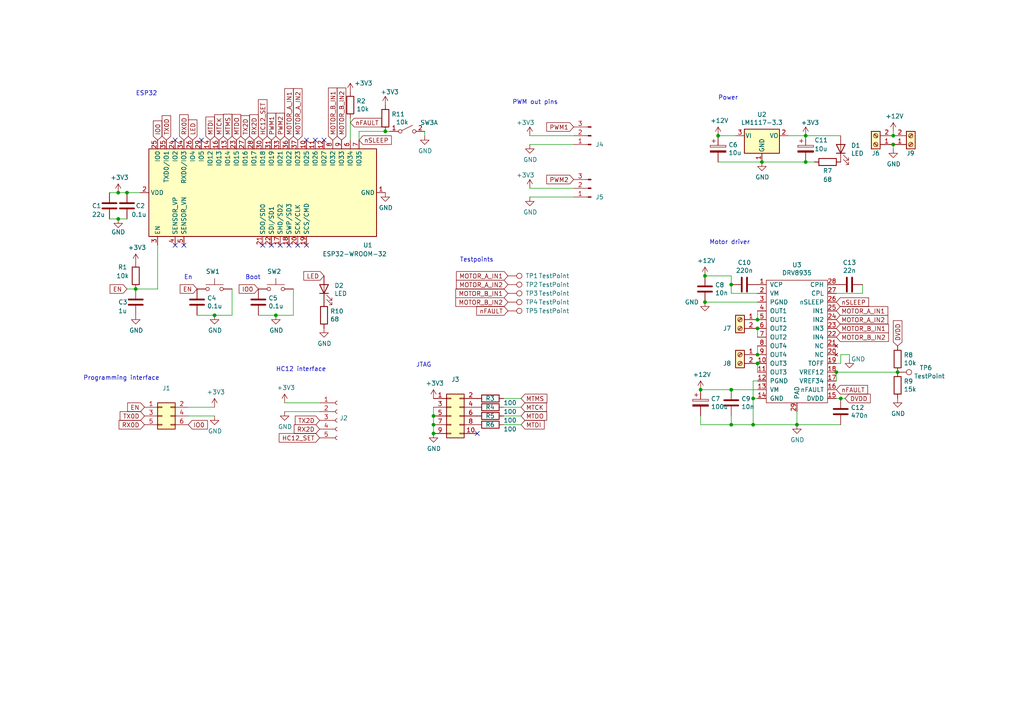
<source format=kicad_sch>
(kicad_sch (version 20211123) (generator eeschema)
  (paper "A4")
  (lib_symbols
    (symbol "Connector:Conn_01x03_Male" (pin_names (offset 1.016) hide)
      (property "Reference" "J" (at 0 5.08 0))
      (property "Value" "Conn_01x03_Male" (at 0 -5.08 0))
      (symbol "Conn_01x03_Male_1_1"
        (polyline (pts (xy 1.27 -2.54) (xy 0.8636 -2.54)) (stroke (width 0.1524)))
        (polyline (pts (xy 1.27 0) (xy 0.8636 0)) (stroke (width 0.1524)))
        (polyline (pts (xy 1.27 2.54) (xy 0.8636 2.54)) (stroke (width 0.1524)))
        (rectangle (start 0.8636 -2.413) (end 0 -2.667) (stroke (width 0.1524)) (fill (type outline)))
        (rectangle (start 0.8636 0.127) (end 0 -0.127) (stroke (width 0.1524)) (fill (type outline)))
        (rectangle (start 0.8636 2.667) (end 0 2.413) (stroke (width 0.1524)) (fill (type outline)))
        (pin passive line (at 5.08 2.54 180) (length 3.81) (name "Pin_1") (number "1"))
        (pin passive line (at 5.08 0 180) (length 3.81) (name "Pin_2") (number "2"))
        (pin passive line (at 5.08 -2.54 180) (length 3.81) (name "Pin_3") (number "3"))
      )
    )
    (symbol "Connector:Conn_01x05_Female" (pin_names (offset 1.016) hide)
      (property "Reference" "J" (at 0 7.62 0))
      (property "Value" "Conn_01x05_Female" (at 0 -7.62 0))
      (symbol "Conn_01x05_Female_1_1"
        (arc (start 0 -4.572) (mid -0.508 -5.08) (end 0 -5.588) (stroke (width 0.1524)))
        (arc (start 0 -2.032) (mid -0.508 -2.54) (end 0 -3.048) (stroke (width 0.1524)))
        (polyline (pts (xy -1.27 -5.08) (xy -0.508 -5.08)) (stroke (width 0.1524)))
        (polyline (pts (xy -1.27 -2.54) (xy -0.508 -2.54)) (stroke (width 0.1524)))
        (polyline (pts (xy -1.27 0) (xy -0.508 0)) (stroke (width 0.1524)))
        (polyline (pts (xy -1.27 2.54) (xy -0.508 2.54)) (stroke (width 0.1524)))
        (polyline (pts (xy -1.27 5.08) (xy -0.508 5.08)) (stroke (width 0.1524)))
        (arc (start 0 0.508) (mid -0.508 0) (end 0 -0.508) (stroke (width 0.1524)))
        (arc (start 0 3.048) (mid -0.508 2.54) (end 0 2.032) (stroke (width 0.1524)))
        (arc (start 0 5.588) (mid -0.508 5.08) (end 0 4.572) (stroke (width 0.1524)))
        (pin passive line (at -5.08 5.08 0) (length 3.81) (name "Pin_1") (number "1"))
        (pin passive line (at -5.08 2.54 0) (length 3.81) (name "Pin_2") (number "2"))
        (pin passive line (at -5.08 0 0) (length 3.81) (name "Pin_3") (number "3"))
        (pin passive line (at -5.08 -2.54 0) (length 3.81) (name "Pin_4") (number "4"))
        (pin passive line (at -5.08 -5.08 0) (length 3.81) (name "Pin_5") (number "5"))
      )
    )
    (symbol "Connector:Screw_Terminal_01x02" (pin_names (offset 1.016) hide)
      (property "Reference" "J" (at 0 2.54 0))
      (property "Value" "Screw_Terminal_01x02" (at 0 -5.08 0))
      (symbol "Screw_Terminal_01x02_1_1"
        (rectangle (start -1.27 1.27) (end 1.27 -3.81) (stroke (width 0.254)) (fill (type background)))
        (circle (center 0 -2.54) (radius 0.635) (stroke (width 0.1524)))
        (polyline (pts (xy -0.5334 -2.2098) (xy 0.3302 -3.048)) (stroke (width 0.1524)))
        (polyline (pts (xy -0.5334 0.3302) (xy 0.3302 -0.508)) (stroke (width 0.1524)))
        (polyline (pts (xy -0.3556 -2.032) (xy 0.508 -2.8702)) (stroke (width 0.1524)))
        (polyline (pts (xy -0.3556 0.508) (xy 0.508 -0.3302)) (stroke (width 0.1524)))
        (circle (center 0 0) (radius 0.635) (stroke (width 0.1524)))
        (pin passive line (at -5.08 0 0) (length 3.81) (name "Pin_1") (number "1"))
        (pin passive line (at -5.08 -2.54 0) (length 3.81) (name "Pin_2") (number "2"))
      )
    )
    (symbol "Connector:TestPoint" (pin_numbers hide) (pin_names (offset 0.762) hide)
      (property "Reference" "TP" (at 0 6.858 0))
      (property "Value" "TestPoint" (at 0 5.08 0))
      (symbol "TestPoint_0_1"
        (circle (center 0 3.302) (radius 0.762))
      )
      (symbol "TestPoint_1_1"
        (pin passive line (at 0 0 90) (length 2.54) (name "1") (number "1"))
      )
    )
    (symbol "Connector_Generic:Conn_02x03_Odd_Even" (pin_names (offset 1.016) hide)
      (property "Reference" "J" (at 1.27 5.08 0))
      (property "Value" "Conn_02x03_Odd_Even" (at 1.27 -5.08 0))
      (symbol "Conn_02x03_Odd_Even_1_1"
        (rectangle (start -1.27 -2.413) (end 0 -2.667) (stroke (width 0.1524)))
        (rectangle (start -1.27 0.127) (end 0 -0.127) (stroke (width 0.1524)))
        (rectangle (start -1.27 2.667) (end 0 2.413) (stroke (width 0.1524)))
        (rectangle (start -1.27 3.81) (end 3.81 -3.81) (stroke (width 0.254)) (fill (type background)))
        (rectangle (start 3.81 -2.413) (end 2.54 -2.667) (stroke (width 0.1524)))
        (rectangle (start 3.81 0.127) (end 2.54 -0.127) (stroke (width 0.1524)))
        (rectangle (start 3.81 2.667) (end 2.54 2.413) (stroke (width 0.1524)))
        (pin passive line (at -5.08 2.54 0) (length 3.81) (name "Pin_1") (number "1"))
        (pin passive line (at 7.62 2.54 180) (length 3.81) (name "Pin_2") (number "2"))
        (pin passive line (at -5.08 0 0) (length 3.81) (name "Pin_3") (number "3"))
        (pin passive line (at 7.62 0 180) (length 3.81) (name "Pin_4") (number "4"))
        (pin passive line (at -5.08 -2.54 0) (length 3.81) (name "Pin_5") (number "5"))
        (pin passive line (at 7.62 -2.54 180) (length 3.81) (name "Pin_6") (number "6"))
      )
    )
    (symbol "Connector_Generic:Conn_02x05_Odd_Even" (pin_names (offset 1.016) hide)
      (property "Reference" "J" (at 1.27 7.62 0))
      (property "Value" "Conn_02x05_Odd_Even" (at 1.27 -7.62 0))
      (symbol "Conn_02x05_Odd_Even_1_1"
        (rectangle (start -1.27 -4.953) (end 0 -5.207) (stroke (width 0.1524)))
        (rectangle (start -1.27 -2.413) (end 0 -2.667) (stroke (width 0.1524)))
        (rectangle (start -1.27 0.127) (end 0 -0.127) (stroke (width 0.1524)))
        (rectangle (start -1.27 2.667) (end 0 2.413) (stroke (width 0.1524)))
        (rectangle (start -1.27 5.207) (end 0 4.953) (stroke (width 0.1524)))
        (rectangle (start -1.27 6.35) (end 3.81 -6.35) (stroke (width 0.254)) (fill (type background)))
        (rectangle (start 3.81 -4.953) (end 2.54 -5.207) (stroke (width 0.1524)))
        (rectangle (start 3.81 -2.413) (end 2.54 -2.667) (stroke (width 0.1524)))
        (rectangle (start 3.81 0.127) (end 2.54 -0.127) (stroke (width 0.1524)))
        (rectangle (start 3.81 2.667) (end 2.54 2.413) (stroke (width 0.1524)))
        (rectangle (start 3.81 5.207) (end 2.54 4.953) (stroke (width 0.1524)))
        (pin passive line (at -5.08 5.08 0) (length 3.81) (name "Pin_1") (number "1"))
        (pin passive line (at 7.62 -5.08 180) (length 3.81) (name "Pin_10") (number "10"))
        (pin passive line (at 7.62 5.08 180) (length 3.81) (name "Pin_2") (number "2"))
        (pin passive line (at -5.08 2.54 0) (length 3.81) (name "Pin_3") (number "3"))
        (pin passive line (at 7.62 2.54 180) (length 3.81) (name "Pin_4") (number "4"))
        (pin passive line (at -5.08 0 0) (length 3.81) (name "Pin_5") (number "5"))
        (pin passive line (at 7.62 0 180) (length 3.81) (name "Pin_6") (number "6"))
        (pin passive line (at -5.08 -2.54 0) (length 3.81) (name "Pin_7") (number "7"))
        (pin passive line (at 7.62 -2.54 180) (length 3.81) (name "Pin_8") (number "8"))
        (pin passive line (at -5.08 -5.08 0) (length 3.81) (name "Pin_9") (number "9"))
      )
    )
    (symbol "Device:C" (pin_numbers hide) (pin_names (offset 0.254))
      (property "Reference" "C" (at 0.635 2.54 0))
      (property "Value" "C" (at 0.635 -2.54 0))
      (symbol "C_0_1"
        (polyline (pts (xy -2.032 -0.762) (xy 2.032 -0.762)) (stroke (width 0.508)))
        (polyline (pts (xy -2.032 0.762) (xy 2.032 0.762)) (stroke (width 0.508)))
      )
      (symbol "C_1_1"
        (pin passive line (at 0 3.81 270) (length 2.794) (name "~") (number "1"))
        (pin passive line (at 0 -3.81 90) (length 2.794) (name "~") (number "2"))
      )
    )
    (symbol "Device:LED" (pin_numbers hide) (pin_names (offset 1.016) hide)
      (property "Reference" "D" (at 0 2.54 0))
      (property "Value" "LED" (at 0 -2.54 0))
      (symbol "LED_0_1"
        (polyline (pts (xy -1.27 -1.27) (xy -1.27 1.27)) (stroke (width 0.254)))
        (polyline (pts (xy -1.27 0) (xy 1.27 0)))
        (polyline (pts (xy 1.27 -1.27) (xy 1.27 1.27) (xy -1.27 0) (xy 1.27 -1.27)) (stroke (width 0.254)))
        (polyline (pts (xy -3.048 -0.762) (xy -4.572 -2.286) (xy -3.81 -2.286) (xy -4.572 -2.286) (xy -4.572 -1.524)))
        (polyline (pts (xy -1.778 -0.762) (xy -3.302 -2.286) (xy -2.54 -2.286) (xy -3.302 -2.286) (xy -3.302 -1.524)))
      )
      (symbol "LED_1_1"
        (pin passive line (at -3.81 0 0) (length 2.54) (name "K") (number "1"))
        (pin passive line (at 3.81 0 180) (length 2.54) (name "A") (number "2"))
      )
    )
    (symbol "Device:R" (pin_numbers hide) (pin_names (offset 0))
      (property "Reference" "R" (at 2.032 0 90))
      (property "Value" "R" (at 0 0 90))
      (symbol "R_0_1"
        (rectangle (start -1.016 -2.54) (end 1.016 2.54) (stroke (width 0.254)))
      )
      (symbol "R_1_1"
        (pin passive line (at 0 3.81 270) (length 1.27) (name "~") (number "1"))
        (pin passive line (at 0 -3.81 90) (length 1.27) (name "~") (number "2"))
      )
    )
    (symbol "RF_Module:ESP32-WROOM-32"
      (property "Reference" "U" (at -12.7 34.29 0))
      (property "Value" "ESP32-WROOM-32" (at 1.27 34.29 0))
      (symbol "ESP32-WROOM-32_0_1"
        (rectangle (start -12.7 33.02) (end 12.7 -33.02) (stroke (width 0.254)) (fill (type background)))
      )
      (symbol "ESP32-WROOM-32_1_1"
        (pin power_in line (at 0 -35.56 90) (length 2.54) (name "GND") (number "1"))
        (pin bidirectional line (at 15.24 -12.7 180) (length 2.54) (name "IO25") (number "10"))
        (pin bidirectional line (at 15.24 -15.24 180) (length 2.54) (name "IO26") (number "11"))
        (pin bidirectional line (at 15.24 -17.78 180) (length 2.54) (name "IO27") (number "12"))
        (pin bidirectional line (at 15.24 10.16 180) (length 2.54) (name "IO14") (number "13"))
        (pin bidirectional line (at 15.24 15.24 180) (length 2.54) (name "IO12") (number "14"))
        (pin passive line (at 0 -35.56 90) (length 2.54) hide (name "GND") (number "15"))
        (pin bidirectional line (at 15.24 12.7 180) (length 2.54) (name "IO13") (number "16"))
        (pin bidirectional line (at -15.24 -5.08 0) (length 2.54) (name "SHD/SD2") (number "17"))
        (pin bidirectional line (at -15.24 -7.62 0) (length 2.54) (name "SWP/SD3") (number "18"))
        (pin bidirectional line (at -15.24 -12.7 0) (length 2.54) (name "SCS/CMD") (number "19"))
        (pin power_in line (at 0 35.56 270) (length 2.54) (name "VDD") (number "2"))
        (pin bidirectional line (at -15.24 -10.16 0) (length 2.54) (name "SCK/CLK") (number "20"))
        (pin bidirectional line (at -15.24 0 0) (length 2.54) (name "SDO/SD0") (number "21"))
        (pin bidirectional line (at -15.24 -2.54 0) (length 2.54) (name "SDI/SD1") (number "22"))
        (pin bidirectional line (at 15.24 7.62 180) (length 2.54) (name "IO15") (number "23"))
        (pin bidirectional line (at 15.24 25.4 180) (length 2.54) (name "IO2") (number "24"))
        (pin bidirectional line (at 15.24 30.48 180) (length 2.54) (name "IO0") (number "25"))
        (pin bidirectional line (at 15.24 20.32 180) (length 2.54) (name "IO4") (number "26"))
        (pin bidirectional line (at 15.24 5.08 180) (length 2.54) (name "IO16") (number "27"))
        (pin bidirectional line (at 15.24 2.54 180) (length 2.54) (name "IO17") (number "28"))
        (pin bidirectional line (at 15.24 17.78 180) (length 2.54) (name "IO5") (number "29"))
        (pin input line (at -15.24 30.48 0) (length 2.54) (name "EN") (number "3"))
        (pin bidirectional line (at 15.24 0 180) (length 2.54) (name "IO18") (number "30"))
        (pin bidirectional line (at 15.24 -2.54 180) (length 2.54) (name "IO19") (number "31"))
        (pin no_connect line (at -12.7 -27.94 0) (length 2.54) hide (name "NC") (number "32"))
        (pin bidirectional line (at 15.24 -5.08 180) (length 2.54) (name "IO21") (number "33"))
        (pin bidirectional line (at 15.24 22.86 180) (length 2.54) (name "RXD0/IO3") (number "34"))
        (pin bidirectional line (at 15.24 27.94 180) (length 2.54) (name "TXD0/IO1") (number "35"))
        (pin bidirectional line (at 15.24 -7.62 180) (length 2.54) (name "IO22") (number "36"))
        (pin bidirectional line (at 15.24 -10.16 180) (length 2.54) (name "IO23") (number "37"))
        (pin passive line (at 0 -35.56 90) (length 2.54) hide (name "GND") (number "38"))
        (pin passive line (at 0 -35.56 90) (length 2.54) hide (name "GND") (number "39"))
        (pin input line (at -15.24 25.4 0) (length 2.54) (name "SENSOR_VP") (number "4"))
        (pin input line (at -15.24 22.86 0) (length 2.54) (name "SENSOR_VN") (number "5"))
        (pin input line (at 15.24 -25.4 180) (length 2.54) (name "IO34") (number "6"))
        (pin input line (at 15.24 -27.94 180) (length 2.54) (name "IO35") (number "7"))
        (pin bidirectional line (at 15.24 -20.32 180) (length 2.54) (name "IO32") (number "8"))
        (pin bidirectional line (at 15.24 -22.86 180) (length 2.54) (name "IO33") (number "9"))
      )
    )
    (symbol "Regulator_Linear:LM1117-3.3" (pin_names (offset 0.254))
      (property "Reference" "U" (at -3.81 3.175 0))
      (property "Value" "LM1117-3.3" (at 0 3.175 0))
      (symbol "LM1117-3.3_0_1"
        (rectangle (start -5.08 -5.08) (end 5.08 1.905) (stroke (width 0.254)) (fill (type background)))
      )
      (symbol "LM1117-3.3_1_1"
        (pin power_in line (at 0 -7.62 90) (length 2.54) (name "GND") (number "1"))
        (pin power_out line (at 7.62 0 180) (length 2.54) (name "VO") (number "2"))
        (pin power_in line (at -7.62 0 0) (length 2.54) (name "VI") (number "3"))
      )
    )
    (symbol "Switch:SW_DPST_x2" (pin_names (offset 0) hide)
      (property "Reference" "SW" (at 0 3.175 0))
      (property "Value" "SW_DPST_x2" (at 0 -2.54 0))
      (symbol "SW_DPST_x2_0_0"
        (circle (center -2.032 0) (radius 0.508))
        (polyline (pts (xy -1.524 0.254) (xy 1.524 1.778)))
        (circle (center 2.032 0) (radius 0.508))
      )
      (symbol "SW_DPST_x2_1_1"
        (pin passive line (at -5.08 0 0) (length 2.54) (name "A") (number "1"))
        (pin passive line (at 5.08 0 180) (length 2.54) (name "B") (number "2"))
      )
      (symbol "SW_DPST_x2_2_1"
        (pin passive line (at -5.08 0 0) (length 2.54) (name "A") (number "3"))
        (pin passive line (at 5.08 0 180) (length 2.54) (name "B") (number "4"))
      )
    )
    (symbol "Switch:SW_Push" (pin_numbers hide) (pin_names (offset 1.016) hide)
      (property "Reference" "SW" (at 1.27 2.54 0))
      (property "Value" "SW_Push" (at 0 -1.524 0))
      (symbol "SW_Push_0_1"
        (circle (center -2.032 0) (radius 0.508))
        (polyline (pts (xy 0 1.27) (xy 0 3.048)))
        (polyline (pts (xy 2.54 1.27) (xy -2.54 1.27)))
        (circle (center 2.032 0) (radius 0.508))
        (pin passive line (at -5.08 0 0) (length 2.54) (name "1") (number "1"))
        (pin passive line (at 5.08 0 180) (length 2.54) (name "2") (number "2"))
      )
    )
    (symbol "custom_symbols:DRV8935" (pin_names (offset 1.016))
      (property "Reference" "U" (at 0 0 0))
      (property "Value" "DRV8935" (at 0 2.54 0))
      (symbol "DRV8935_0_1"
        (rectangle (start -8.89 -36.83) (end 8.89 -1.27))
      )
      (symbol "DRV8935_1_1"
        (pin power_out line (at -11.43 -2.54 0) (length 2.54) (name "VCP") (number "1"))
        (pin output line (at -11.43 -25.4 0) (length 2.54) (name "OUT3") (number "10"))
        (pin output line (at -11.43 -27.94 0) (length 2.54) (name "OUT3") (number "11"))
        (pin power_out line (at -11.43 -30.48 0) (length 2.54) (name "PGND") (number "12"))
        (pin power_in line (at -11.43 -33.02 0) (length 2.54) (name "VM") (number "13"))
        (pin power_out line (at -11.43 -35.56 0) (length 2.54) (name "GND") (number "14"))
        (pin output line (at 11.43 -35.56 180) (length 2.54) (name "DVDD") (number "15"))
        (pin output line (at 11.43 -33.02 180) (length 2.54) (name "nFAULT") (number "16"))
        (pin input line (at 11.43 -30.48 180) (length 2.54) (name "VREF34") (number "17"))
        (pin input line (at 11.43 -27.94 180) (length 2.54) (name "VREF12") (number "18"))
        (pin input line (at 11.43 -25.4 180) (length 2.54) (name "TOFF") (number "19"))
        (pin power_in line (at -11.43 -5.08 0) (length 2.54) (name "VM") (number "2"))
        (pin no_connect line (at 11.43 -22.86 180) (length 2.54) (name "NC") (number "20"))
        (pin no_connect line (at 11.43 -20.32 180) (length 2.54) (name "NC") (number "21"))
        (pin input line (at 11.43 -17.78 180) (length 2.54) (name "IN4") (number "22"))
        (pin input line (at 11.43 -15.24 180) (length 2.54) (name "IN3") (number "23"))
        (pin input line (at 11.43 -12.7 180) (length 2.54) (name "IN2") (number "24"))
        (pin input line (at 11.43 -10.16 180) (length 2.54) (name "IN1") (number "25"))
        (pin input line (at 11.43 -7.62 180) (length 2.54) (name "nSLEEP") (number "26"))
        (pin output line (at 11.43 -5.08 180) (length 2.54) (name "CPL") (number "27"))
        (pin output line (at 11.43 -2.54 180) (length 2.54) (name "CPH") (number "28"))
        (pin power_in line (at 0 -39.37 90) (length 2.54) (name "PAD") (number "29"))
        (pin power_out line (at -11.43 -7.62 0) (length 2.54) (name "PGND") (number "3"))
        (pin output line (at -11.43 -10.16 0) (length 2.54) (name "OUT1") (number "4"))
        (pin output line (at -11.43 -12.7 0) (length 2.54) (name "OUT1") (number "5"))
        (pin output line (at -11.43 -15.24 0) (length 2.54) (name "OUT2") (number "6"))
        (pin output line (at -11.43 -17.78 0) (length 2.54) (name "OUT2") (number "7"))
        (pin output line (at -11.43 -20.32 0) (length 2.54) (name "OUT4") (number "8"))
        (pin output line (at -11.43 -22.86 0) (length 2.54) (name "OUT4") (number "9"))
      )
    )
    (symbol "power:+12V" (power) (pin_names (offset 0))
      (property "Value" "+12V" (at 0 3.556 0))
      (symbol "+12V_0_1"
        (polyline (pts (xy -0.762 1.27) (xy 0 2.54)))
        (polyline (pts (xy 0 0) (xy 0 2.54)))
        (polyline (pts (xy 0 2.54) (xy 0.762 1.27)))
      )
      (symbol "+12V_1_1"
        (pin power_in line (at 0 0 90) (length 0) hide (name "+12V") (number "1"))
      )
    )
    (symbol "power:+3V3" (power) (pin_names (offset 0))
      (property "Value" "+3V3" (at 0 3.556 0))
      (symbol "+3V3_0_1"
        (polyline (pts (xy -0.762 1.27) (xy 0 2.54)))
        (polyline (pts (xy 0 0) (xy 0 2.54)))
        (polyline (pts (xy 0 2.54) (xy 0.762 1.27)))
      )
      (symbol "+3V3_1_1"
        (pin power_in line (at 0 0 90) (length 0) hide (name "+3V3") (number "1"))
      )
    )
    (symbol "power:GND" (power) (pin_names (offset 0))
      (property "Value" "GND" (at 0 -3.81 0))
      (symbol "GND_0_1"
        (polyline (pts (xy 0 0) (xy 0 -1.27) (xy 1.27 -1.27) (xy 0 -2.54) (xy -1.27 -1.27) (xy 0 -1.27)))
      )
      (symbol "GND_1_1"
        (pin power_in line (at 0 0 270) (length 0) hide (name "GND") (number "1"))
      )
    )
    (symbol "robot-pcb-rescue:+3.3V-power" (power) (pin_names (offset 0))
      (property "Value" "+3.3V-power" (at 0 3.556 0))
      (symbol "+3.3V-power_0_1"
        (polyline (pts (xy -0.762 1.27) (xy 0 2.54)))
        (polyline (pts (xy 0 0) (xy 0 2.54)))
        (polyline (pts (xy 0 2.54) (xy 0.762 1.27)))
      )
      (symbol "+3.3V-power_1_1"
        (pin power_in line (at 0 0 90) (length 0) hide (name "+3V3") (number "1"))
      )
    )
    (symbol "robot-pcb-rescue:CP-Device" (pin_numbers hide) (pin_names (offset 0.254))
      (property "Reference" "C" (at 0.635 2.54 0))
      (property "Value" "CP-Device" (at 0.635 -2.54 0))
      (symbol "CP-Device_0_1"
        (rectangle (start -2.286 0.508) (end 2.286 1.016))
        (polyline (pts (xy -1.778 2.286) (xy -0.762 2.286)))
        (polyline (pts (xy -1.27 2.794) (xy -1.27 1.778)))
        (rectangle (start 2.286 -0.508) (end -2.286 -1.016) (fill (type outline)))
      )
      (symbol "CP-Device_1_1"
        (pin passive line (at 0 3.81 270) (length 2.794) (name "~") (number "1"))
        (pin passive line (at 0 -3.81 90) (length 2.794) (name "~") (number "2"))
      )
    )
  )
  (junction (at 220.98 46.99))
  (junction (at 219.71 95.25))
  (junction (at 34.29 63.5))
  (junction (at 231.14 123.19))
  (junction (at 219.71 105.41))
  (junction (at 259.08 41.91))
  (junction (at 36.83 55.88))
  (junction (at 204.47 87.63))
  (junction (at 243.84 115.57))
  (junction (at 260.35 107.95))
  (junction (at 125.73 125.73))
  (junction (at 219.71 92.71))
  (junction (at 233.68 39.37))
  (junction (at 259.08 39.37))
  (junction (at 212.09 82.55))
  (junction (at 212.09 113.03))
  (junction (at 80.01 91.44))
  (junction (at 208.28 39.37))
  (junction (at 212.09 123.19))
  (junction (at 125.73 120.65))
  (junction (at 34.29 55.88))
  (junction (at 233.68 46.99))
  (junction (at 242.57 107.95))
  (junction (at 218.44 115.57))
  (junction (at 203.2 113.03))
  (junction (at 125.73 123.19))
  (junction (at 219.71 102.87))
  (junction (at 62.23 91.44))
  (junction (at 204.47 80.01))
  (junction (at 111.76 38.1))
  (junction (at 39.37 83.82))
  (junction (at 218.44 123.19))
  (no_connect (at 50.8 40.64))
  (no_connect (at 88.9 40.64))
  (no_connect (at 93.98 40.64))
  (no_connect (at 78.74 71.12))
  (no_connect (at 86.36 71.12))
  (no_connect (at 58.42 40.64))
  (no_connect (at 53.34 71.12))
  (no_connect (at 83.82 71.12))
  (no_connect (at 138.43 125.73))
  (no_connect (at 50.8 71.12))
  (no_connect (at 88.9 71.12))
  (no_connect (at 76.2 71.12))
  (no_connect (at 81.28 71.12))
  (no_connect (at 91.44 40.64))
  (wire (pts (xy 85.09 91.44) (xy 85.09 83.82)))
  (wire (pts (xy 203.2 123.19) (xy 203.2 120.65)))
  (wire (pts (xy 31.75 55.88) (xy 34.29 55.88)))
  (wire (pts (xy 218.44 115.57) (xy 218.44 123.19)))
  (wire (pts (xy 153.67 57.15) (xy 166.37 57.15)))
  (wire (pts (xy 40.64 55.88) (xy 36.83 55.88)))
  (wire (pts (xy 219.71 95.25) (xy 219.71 97.79)))
  (wire (pts (xy 236.22 46.99) (xy 233.68 46.99)))
  (wire (pts (xy 204.47 80.01) (xy 212.09 80.01)))
  (wire (pts (xy 204.47 87.63) (xy 219.71 87.63)))
  (wire (pts (xy 153.67 39.37) (xy 166.37 39.37)))
  (wire (pts (xy 212.09 123.19) (xy 203.2 123.19)))
  (wire (pts (xy 203.2 113.03) (xy 212.09 113.03)))
  (wire (pts (xy 231.14 123.19) (xy 243.84 123.19)))
  (wire (pts (xy 259.08 41.91) (xy 259.08 43.18)))
  (wire (pts (xy 246.38 102.87) (xy 243.84 102.87)))
  (wire (pts (xy 101.6 34.29) (xy 101.6 40.64)))
  (wire (pts (xy 212.09 113.03) (xy 219.71 113.03)))
  (wire (pts (xy 125.73 125.73) (xy 125.73 123.19)))
  (wire (pts (xy 34.29 63.5) (xy 36.83 63.5)))
  (wire (pts (xy 219.71 90.17) (xy 219.71 92.71)))
  (wire (pts (xy 36.83 83.82) (xy 39.37 83.82)))
  (wire (pts (xy 146.05 118.11) (xy 151.13 118.11)))
  (wire (pts (xy 62.23 118.11) (xy 54.61 118.11)))
  (wire (pts (xy 242.57 110.49) (xy 242.57 107.95)))
  (wire (pts (xy 208.28 39.37) (xy 213.36 39.37)))
  (wire (pts (xy 153.67 54.61) (xy 166.37 54.61)))
  (wire (pts (xy 74.93 91.44) (xy 80.01 91.44)))
  (wire (pts (xy 212.09 82.55) (xy 212.09 85.09)))
  (wire (pts (xy 246.38 104.14) (xy 246.38 102.87)))
  (wire (pts (xy 45.72 83.82) (xy 39.37 83.82)))
  (wire (pts (xy 233.68 39.37) (xy 243.84 39.37)))
  (wire (pts (xy 243.84 102.87) (xy 243.84 105.41)))
  (wire (pts (xy 111.76 38.1) (xy 113.03 38.1)))
  (wire (pts (xy 231.14 123.19) (xy 231.14 119.38)))
  (wire (pts (xy 82.55 119.38) (xy 92.71 119.38)))
  (wire (pts (xy 220.98 46.99) (xy 233.68 46.99)))
  (wire (pts (xy 218.44 110.49) (xy 218.44 115.57)))
  (wire (pts (xy 219.71 110.49) (xy 218.44 110.49)))
  (wire (pts (xy 228.6 39.37) (xy 233.68 39.37)))
  (wire (pts (xy 208.28 46.99) (xy 220.98 46.99)))
  (wire (pts (xy 212.09 85.09) (xy 219.71 85.09)))
  (wire (pts (xy 242.57 115.57) (xy 243.84 115.57)))
  (wire (pts (xy 92.71 116.84) (xy 82.55 116.84)))
  (wire (pts (xy 242.57 85.09) (xy 250.19 85.09)))
  (wire (pts (xy 250.19 82.55) (xy 250.19 85.09)))
  (wire (pts (xy 67.31 91.44) (xy 67.31 83.82)))
  (wire (pts (xy 80.01 91.44) (xy 85.09 91.44)))
  (wire (pts (xy 242.57 107.95) (xy 260.35 107.95)))
  (wire (pts (xy 219.71 115.57) (xy 218.44 115.57)))
  (wire (pts (xy 146.05 120.65) (xy 151.13 120.65)))
  (wire (pts (xy 259.08 38.1) (xy 259.08 39.37)))
  (wire (pts (xy 153.67 41.91) (xy 166.37 41.91)))
  (wire (pts (xy 104.14 38.1) (xy 104.14 40.64)))
  (wire (pts (xy 212.09 120.65) (xy 212.09 123.19)))
  (wire (pts (xy 151.13 115.57) (xy 146.05 115.57)))
  (wire (pts (xy 57.15 91.44) (xy 62.23 91.44)))
  (wire (pts (xy 218.44 123.19) (xy 231.14 123.19)))
  (wire (pts (xy 123.19 39.37) (xy 123.19 38.1)))
  (wire (pts (xy 36.83 55.88) (xy 34.29 55.88)))
  (wire (pts (xy 125.73 123.19) (xy 125.73 120.65)))
  (wire (pts (xy 62.23 91.44) (xy 67.31 91.44)))
  (wire (pts (xy 125.73 120.65) (xy 125.73 118.11)))
  (wire (pts (xy 146.05 123.19) (xy 151.13 123.19)))
  (wire (pts (xy 45.72 71.12) (xy 45.72 83.82)))
  (wire (pts (xy 212.09 80.01) (xy 212.09 82.55)))
  (wire (pts (xy 219.71 100.33) (xy 219.71 102.87)))
  (wire (pts (xy 111.76 38.1) (xy 104.14 38.1)))
  (wire (pts (xy 54.61 120.65) (xy 62.23 120.65)))
  (wire (pts (xy 219.71 105.41) (xy 219.71 107.95)))
  (wire (pts (xy 243.84 105.41) (xy 242.57 105.41)))
  (wire (pts (xy 218.44 123.19) (xy 212.09 123.19)))
  (wire (pts (xy 31.75 63.5) (xy 34.29 63.5)))
  (wire (pts (xy 245.11 115.57) (xy 243.84 115.57)))
  (text "PWM out pins" (at 148.59 30.48 0) (effects (font (size 1.27 1.27)) (justify left bottom)))
  (text "ESP32" (at 39.37 27.94 0) (effects (font (size 1.27 1.27)) (justify left bottom)))
  (text "\nMotor driver" (at 205.74 71.12 0) (effects (font (size 1.27 1.27)) (justify left bottom)))
  (text "JTAG" (at 120.65 106.68 0) (effects (font (size 1.27 1.27)) (justify left bottom)))
  (text "HC12 interface" (at 80.01 107.95 0) (effects (font (size 1.27 1.27)) (justify left bottom)))
  (text "Power" (at 208.28 29.21 0) (effects (font (size 1.27 1.27)) (justify left bottom)))
  (text "Testpoints" (at 133.35 76.2 0) (effects (font (size 1.27 1.27)) (justify left bottom)))
  (text "En" (at 53.34 81.28 0) (effects (font (size 1.27 1.27)) (justify left bottom)))
  (text "Boot" (at 71.12 81.28 0) (effects (font (size 1.27 1.27)) (justify left bottom)))
  (text "Programming interface" (at 24.13 110.49 0) (effects (font (size 1.27 1.27)) (justify left bottom)))
  (global_label "LED" (shape input) (at 55.88 40.64 90) (property "Intersheet References" "${INTERSHEET_REFS}" (effects hide)))
  (global_label "EN" (shape input) (at 36.83 83.82 180) (property "Intersheet References" "${INTERSHEET_REFS}" (effects hide)))
  (global_label "EN" (shape input) (at 41.91 118.11 180) (property "Intersheet References" "${INTERSHEET_REFS}" (effects hide)))
  (global_label "TX2D" (shape input) (at 71.12 40.64 90) (property "Intersheet References" "${INTERSHEET_REFS}" (effects hide)))
  (global_label "MOTOR_A_IN2" (shape input) (at 242.57 92.71 0) (property "Intersheet References" "${INTERSHEET_REFS}" (effects hide)))
  (global_label "TX0D" (shape input) (at 41.91 120.65 180) (property "Intersheet References" "${INTERSHEET_REFS}" (effects hide)))
  (global_label "MTDI" (shape input) (at 60.96 40.64 90) (property "Intersheet References" "${INTERSHEET_REFS}" (effects hide)))
  (global_label "PWM2" (shape input) (at 81.28 40.64 90) (property "Intersheet References" "${INTERSHEET_REFS}" (effects hide)))
  (global_label "nSLEEP" (shape input) (at 104.14 40.64 0) (property "Intersheet References" "${INTERSHEET_REFS}" (effects hide)))
  (global_label "PWM2" (shape input) (at 166.37 52.07 180) (property "Intersheet References" "${INTERSHEET_REFS}" (effects hide)))
  (global_label "nSLEEP" (shape input) (at 242.57 87.63 0) (property "Intersheet References" "${INTERSHEET_REFS}" (effects hide)))
  (global_label "MOTOR_A_IN2" (shape input) (at 147.32 82.55 180) (property "Intersheet References" "${INTERSHEET_REFS}" (effects hide)))
  (global_label "IO0" (shape input) (at 54.61 123.19 0) (property "Intersheet References" "${INTERSHEET_REFS}" (effects hide)))
  (global_label "TX2D" (shape input) (at 92.71 121.92 180) (property "Intersheet References" "${INTERSHEET_REFS}" (effects hide)))
  (global_label "PWM1" (shape input) (at 166.37 36.83 180) (property "Intersheet References" "${INTERSHEET_REFS}" (effects hide)))
  (global_label "HC12_SET" (shape input) (at 76.2 40.64 90) (property "Intersheet References" "${INTERSHEET_REFS}" (effects hide)))
  (global_label "EN" (shape input) (at 57.15 83.82 180) (property "Intersheet References" "${INTERSHEET_REFS}" (effects hide)))
  (global_label "MOTOR_B_IN1" (shape input) (at 242.57 95.25 0) (property "Intersheet References" "${INTERSHEET_REFS}" (effects hide)))
  (global_label "nFAULT" (shape input) (at 101.6 35.56 0) (property "Intersheet References" "${INTERSHEET_REFS}" (effects hide)))
  (global_label "TX0D" (shape input) (at 48.26 40.64 90) (property "Intersheet References" "${INTERSHEET_REFS}" (effects hide)))
  (global_label "MOTOR_B_IN1" (shape input) (at 147.32 85.09 180) (property "Intersheet References" "${INTERSHEET_REFS}" (effects hide)))
  (global_label "IO0" (shape input) (at 45.72 40.64 90) (property "Intersheet References" "${INTERSHEET_REFS}" (effects hide)))
  (global_label "HC12_SET" (shape input) (at 92.71 127 180) (property "Intersheet References" "${INTERSHEET_REFS}" (effects hide)))
  (global_label "PWM1" (shape input) (at 78.74 40.64 90) (property "Intersheet References" "${INTERSHEET_REFS}" (effects hide)))
  (global_label "MOTOR_A_IN1" (shape input) (at 242.57 90.17 0) (property "Intersheet References" "${INTERSHEET_REFS}" (effects hide)))
  (global_label "nFAULT" (shape input) (at 147.32 90.17 180) (property "Intersheet References" "${INTERSHEET_REFS}" (effects hide)))
  (global_label "MTMS" (shape input) (at 66.04 40.64 90) (property "Intersheet References" "${INTERSHEET_REFS}" (effects hide)))
  (global_label "MOTOR_B_IN1" (shape input) (at 96.52 40.64 90) (property "Intersheet References" "${INTERSHEET_REFS}" (effects hide)))
  (global_label "nFAULT" (shape input) (at 242.57 113.03 0) (property "Intersheet References" "${INTERSHEET_REFS}" (effects hide)))
  (global_label "MTMS" (shape input) (at 151.13 115.57 0) (property "Intersheet References" "${INTERSHEET_REFS}" (effects hide)))
  (global_label "MTDI" (shape input) (at 151.13 123.19 0) (property "Intersheet References" "${INTERSHEET_REFS}" (effects hide)))
  (global_label "DVDD" (shape input) (at 245.11 115.57 0) (property "Intersheet References" "${INTERSHEET_REFS}" (effects hide)))
  (global_label "RX2D" (shape input) (at 73.66 40.64 90) (property "Intersheet References" "${INTERSHEET_REFS}" (effects hide)))
  (global_label "LED" (shape input) (at 93.98 80.01 180) (property "Intersheet References" "${INTERSHEET_REFS}" (effects hide)))
  (global_label "MOTOR_B_IN2" (shape input) (at 242.57 97.79 0) (property "Intersheet References" "${INTERSHEET_REFS}" (effects hide)))
  (global_label "RX0D" (shape input) (at 41.91 123.19 180) (property "Intersheet References" "${INTERSHEET_REFS}" (effects hide)))
  (global_label "MOTOR_B_IN2" (shape input) (at 147.32 87.63 180) (property "Intersheet References" "${INTERSHEET_REFS}" (effects hide)))
  (global_label "DVDD" (shape input) (at 260.35 100.33 90) (property "Intersheet References" "${INTERSHEET_REFS}" (effects hide)))
  (global_label "MTCK" (shape input) (at 151.13 118.11 0) (property "Intersheet References" "${INTERSHEET_REFS}" (effects hide)))
  (global_label "IO0" (shape input) (at 74.93 83.82 180) (property "Intersheet References" "${INTERSHEET_REFS}" (effects hide)))
  (global_label "MTCK" (shape input) (at 63.5 40.64 90) (property "Intersheet References" "${INTERSHEET_REFS}" (effects hide)))
  (global_label "RX2D" (shape input) (at 92.71 124.46 180) (property "Intersheet References" "${INTERSHEET_REFS}" (effects hide)))
  (global_label "MTDO" (shape input) (at 68.58 40.64 90) (property "Intersheet References" "${INTERSHEET_REFS}" (effects hide)))
  (global_label "MOTOR_A_IN2" (shape input) (at 86.36 40.64 90) (property "Intersheet References" "${INTERSHEET_REFS}" (effects hide)))
  (global_label "MOTOR_B_IN2" (shape input) (at 99.06 40.64 90) (property "Intersheet References" "${INTERSHEET_REFS}" (effects hide)))
  (global_label "RX0D" (shape input) (at 53.34 40.64 90) (property "Intersheet References" "${INTERSHEET_REFS}" (effects hide)))
  (global_label "MOTOR_A_IN1" (shape input) (at 83.82 40.64 90) (property "Intersheet References" "${INTERSHEET_REFS}" (effects hide)))
  (global_label "MOTOR_A_IN1" (shape input) (at 147.32 80.01 180) (property "Intersheet References" "${INTERSHEET_REFS}" (effects hide)))
  (global_label "MTDO" (shape input) (at 151.13 120.65 0) (property "Intersheet References" "${INTERSHEET_REFS}" (effects hide)))
  (symbol (lib_id "Connector:Screw_Terminal_01x02") (at 264.16 41.91 0) (mirror x) (unit 1)
    (property "Reference" "J9" (at 262.89 44.45 0) (effects (justify left)))
    (property "Value" "Screw_Terminal_01x02" (effects hide))
    (property "Footprint" "TerminalBlock:TerminalBlock_bornier-2_P5.08mm" (effects hide))
  )
  (symbol (lib_id "power:GND") (at 220.98 46.99 0) (unit 1)
    (property "Reference" "#PWR0103" (effects hide))
    (property "Value" "GND" (at 221.107 51.3842 0))
  )
  (symbol (lib_id "power:+3V3") (at 233.68 39.37 0) (unit 1)
    (property "Reference" "#PWR0102" (effects hide))
    (property "Value" "+3V3" (at 234.95 35.56 0))
  )
  (symbol (lib_id "robot-pcb-rescue:CP-Device") (at 233.68 43.18 0) (unit 1)
    (property "Reference" "C11" (at 236.22 40.64 0) (effects (justify left)))
    (property "Value" "10u" (at 236.22 43.18 0) (effects (justify left)))
    (property "Footprint" "Capacitor_SMD:C_1206_3216Metric_Pad1.33x1.80mm_HandSolder" (effects hide))
  )
  (symbol (lib_id "RF_Module:ESP32-WROOM-32") (at 76.2 55.88 90) (unit 1)
    (property "Reference" "U1" (at 106.68 71.12 90))
    (property "Value" "ESP32-WROOM-32" (at 102.87 73.66 90))
    (property "Footprint" "RF_Module:ESP32-WROOM-32" (effects hide))
    (property "Datasheet" "https://www.espressif.com/sites/default/files/documentation/esp32-wroom-32_datasheet_en.pdf" (effects hide))
  )
  (symbol (lib_id "power:+12V") (at 208.28 39.37 0) (unit 1)
    (property "Reference" "#PWR0119" (effects hide))
    (property "Value" "+12V" (at 208.661 34.9758 0))
  )
  (symbol (lib_id "power:GND") (at 80.01 91.44 0) (unit 1)
    (property "Reference" "#PWR0112" (effects hide))
    (property "Value" "GND" (at 80.137 95.8342 0))
  )
  (symbol (lib_id "power:+3V3") (at 34.29 55.88 0) (unit 1)
    (property "Reference" "#PWR0104" (effects hide))
    (property "Value" "+3V3" (at 34.671 51.4858 0))
  )
  (symbol (lib_id "Device:C") (at 39.37 87.63 0) (unit 1)
    (property "Reference" "C3" (at 34.29 87.63 0) (effects (justify left)))
    (property "Value" "1u" (at 34.29 90.17 0) (effects (justify left)))
    (property "Footprint" "Capacitor_SMD:C_0603_1608Metric_Pad1.08x0.95mm_HandSolder" (effects hide))
  )
  (symbol (lib_id "Device:R") (at 39.37 80.01 180) (unit 1)
    (property "Reference" "R1" (at 35.56 77.47 0))
    (property "Value" "10k" (at 35.56 80.01 0))
    (property "Footprint" "Resistor_SMD:R_0603_1608Metric_Pad0.98x0.95mm_HandSolder" (effects hide))
  )
  (symbol (lib_id "Device:R") (at 142.24 120.65 90) (unit 1)
    (property "Reference" "R5" (at 143.51 120.65 90) (effects (justify left)))
    (property "Value" "100" (at 149.86 121.92 90) (effects (justify left)))
    (property "Footprint" "Resistor_SMD:R_0603_1608Metric_Pad0.98x0.95mm_HandSolder" (effects hide))
  )
  (symbol (lib_id "Device:R") (at 142.24 115.57 90) (unit 1)
    (property "Reference" "R3" (at 143.51 115.57 90) (effects (justify left)))
    (property "Value" "100" (at 149.86 116.84 90) (effects (justify left)))
    (property "Footprint" "Resistor_SMD:R_0603_1608Metric_Pad0.98x0.95mm_HandSolder" (effects hide))
  )
  (symbol (lib_id "Device:R") (at 142.24 118.11 90) (unit 1)
    (property "Reference" "R4" (at 143.51 118.11 90) (effects (justify left)))
    (property "Value" "100" (at 149.86 119.38 90) (effects (justify left)))
    (property "Footprint" "Resistor_SMD:R_0603_1608Metric_Pad0.98x0.95mm_HandSolder" (effects hide))
  )
  (symbol (lib_id "Device:R") (at 142.24 123.19 90) (unit 1)
    (property "Reference" "R6" (at 143.51 123.19 90) (effects (justify left)))
    (property "Value" "100" (at 149.86 124.46 90) (effects (justify left)))
    (property "Footprint" "Resistor_SMD:R_0603_1608Metric_Pad0.98x0.95mm_HandSolder" (effects hide))
  )
  (symbol (lib_id "power:GND") (at 111.76 55.88 0) (unit 1)
    (property "Reference" "#PWR0105" (effects hide))
    (property "Value" "GND" (at 111.887 60.2742 0))
  )
  (symbol (lib_id "Switch:SW_Push") (at 80.01 83.82 0) (unit 1)
    (property "Reference" "SW2" (at 77.47 78.74 0) (effects (justify left)))
    (property "Value" "SW_Push" (effects hide))
    (property "Footprint" "robot-pcb_custom:wurth_tactile_sw" (effects hide))
  )
  (symbol (lib_id "Device:C") (at 74.93 87.63 0) (unit 1)
    (property "Reference" "C5" (at 77.851 86.4616 0) (effects (justify left)))
    (property "Value" "0.1u" (at 77.851 88.773 0) (effects (justify left)))
    (property "Footprint" "Capacitor_SMD:C_0603_1608Metric_Pad1.08x0.95mm_HandSolder" (effects hide))
  )
  (symbol (lib_id "Device:C") (at 31.75 59.69 0) (unit 1)
    (property "Reference" "C1" (at 26.67 59.69 0) (effects (justify left)))
    (property "Value" "22u" (at 26.67 62.23 0) (effects (justify left)))
    (property "Footprint" "Capacitor_SMD:C_0603_1608Metric_Pad1.08x0.95mm_HandSolder" (effects hide))
  )
  (symbol (lib_id "Device:C") (at 36.83 59.69 0) (unit 1)
    (property "Reference" "C2" (at 39.37 59.69 0) (effects (justify left)))
    (property "Value" "0.1u" (at 38.1 62.23 0) (effects (justify left)))
    (property "Footprint" "Capacitor_SMD:C_0603_1608Metric_Pad1.08x0.95mm_HandSolder" (effects hide))
  )
  (symbol (lib_id "power:GND") (at 34.29 63.5 0) (unit 1)
    (property "Reference" "#PWR0106" (effects hide))
    (property "Value" "GND" (at 34.29 67.31 0))
  )
  (symbol (lib_id "Switch:SW_Push") (at 62.23 83.82 0) (mirror y) (unit 1)
    (property "Reference" "SW1" (at 59.69 78.74 0) (effects (justify right)))
    (property "Value" "SW_Push" (effects hide))
    (property "Footprint" "robot-pcb_custom:wurth_tactile_sw" (effects hide))
  )
  (symbol (lib_id "Device:C") (at 57.15 87.63 0) (unit 1)
    (property "Reference" "C4" (at 60.071 86.4616 0) (effects (justify left)))
    (property "Value" "0.1u" (at 60.071 88.773 0) (effects (justify left)))
    (property "Footprint" "Capacitor_SMD:C_0603_1608Metric_Pad1.08x0.95mm_HandSolder" (effects hide))
  )
  (symbol (lib_id "Connector:Screw_Terminal_01x02") (at 214.63 102.87 0) (mirror y) (unit 1)
    (property "Reference" "J8" (at 212.09 105.41 0) (effects (justify left)))
    (property "Value" "Screw_Terminal_01x02" (effects hide))
    (property "Footprint" "TerminalBlock:TerminalBlock_bornier-2_P5.08mm" (effects hide))
  )
  (symbol (lib_id "Connector:Screw_Terminal_01x02") (at 214.63 92.71 0) (mirror y) (unit 1)
    (property "Reference" "J7" (at 212.09 95.25 0) (effects (justify left)))
    (property "Value" "Screw_Terminal_01x02" (effects hide))
    (property "Footprint" "TerminalBlock:TerminalBlock_bornier-2_P5.08mm" (effects hide))
  )
  (symbol (lib_id "power:GND") (at 125.73 125.73 0) (unit 1)
    (property "Reference" "#PWR0113" (effects hide))
    (property "Value" "GND" (at 125.857 130.1242 0))
  )
  (symbol (lib_id "power:+3V3") (at 125.73 115.57 0) (unit 1)
    (property "Reference" "#PWR0114" (effects hide))
    (property "Value" "+3V3" (at 126.111 111.1758 0))
  )
  (symbol (lib_id "power:GND") (at 39.37 91.44 0) (unit 1)
    (property "Reference" "#PWR0131" (effects hide))
    (property "Value" "GND" (at 39.497 95.8342 0))
  )
  (symbol (lib_id "power:+3V3") (at 39.37 76.2 0) (unit 1)
    (property "Reference" "#PWR0130" (effects hide))
    (property "Value" "+3V3" (at 39.751 71.8058 0))
  )
  (symbol (lib_id "Connector:Conn_01x03_Male") (at 171.45 54.61 180) (unit 1)
    (property "Reference" "J5" (at 172.72 57.15 0) (effects (justify right)))
    (property "Value" "Conn_01x03_Male" (effects hide))
    (property "Footprint" "Connector_PinSocket_2.54mm:PinSocket_1x03_P2.54mm_Vertical" (effects hide))
  )
  (symbol (lib_id "power:GND") (at 153.67 57.15 0) (unit 1)
    (property "Reference" "#PWR0107" (effects hide))
    (property "Value" "GND" (at 153.797 61.5442 0))
  )
  (symbol (lib_id "power:+3V3") (at 153.67 54.61 0) (unit 1)
    (property "Reference" "#PWR0108" (effects hide))
    (property "Value" "+3V3" (at 152.4 50.8 0))
  )
  (symbol (lib_id "Connector:Conn_01x03_Male") (at 171.45 39.37 180) (unit 1)
    (property "Reference" "J4" (at 172.72 41.91 0) (effects (justify right)))
    (property "Value" "Conn_01x03_Male" (effects hide))
    (property "Footprint" "Connector_PinSocket_2.54mm:PinSocket_1x03_P2.54mm_Vertical" (effects hide))
  )
  (symbol (lib_id "power:GND") (at 153.67 41.91 0) (unit 1)
    (property "Reference" "#PWR0109" (effects hide))
    (property "Value" "GND" (at 153.797 46.3042 0))
  )
  (symbol (lib_id "power:+3V3") (at 153.67 39.37 0) (unit 1)
    (property "Reference" "#PWR0110" (effects hide))
    (property "Value" "+3V3" (at 152.4 35.56 0))
  )
  (symbol (lib_id "power:GND") (at 62.23 91.44 0) (unit 1)
    (property "Reference" "#PWR0111" (effects hide))
    (property "Value" "GND" (at 62.357 95.8342 0))
  )
  (symbol (lib_id "robot-pcb-rescue:+3.3V-power") (at 62.23 118.11 0) (unit 1)
    (property "Reference" "#PWR0115" (effects hide))
    (property "Value" "+3.3V" (at 62.611 113.7158 0))
  )
  (symbol (lib_id "power:GND") (at 62.23 120.65 0) (unit 1)
    (property "Reference" "#PWR0116" (effects hide))
    (property "Value" "GND" (at 62.357 125.0442 0))
  )
  (symbol (lib_id "Regulator_Linear:LM1117-3.3") (at 220.98 39.37 0) (unit 1)
    (property "Reference" "U2" (at 220.98 33.2232 0))
    (property "Value" "LM1117-3.3" (at 220.98 35.5346 0))
    (property "Footprint" "Package_TO_SOT_SMD:SOT-223" (effects hide))
    (property "Datasheet" "http://www.ti.com/lit/ds/symlink/lm1117.pdf" (effects hide))
  )
  (symbol (lib_id "power:GND") (at 231.14 123.19 0) (unit 1)
    (property "Reference" "#PWR0120" (effects hide))
    (property "Value" "GND" (at 231.267 127.5842 0))
  )
  (symbol (lib_id "power:GND") (at 204.47 87.63 0) (unit 1)
    (property "Reference" "#PWR0121" (effects hide))
    (property "Value" "GND" (at 200.66 87.63 0))
  )
  (symbol (lib_id "robot-pcb-rescue:CP-Device") (at 208.28 43.18 0) (unit 1)
    (property "Reference" "C6" (at 211.2772 42.0116 0) (effects (justify left)))
    (property "Value" "10u" (at 211.2772 44.323 0) (effects (justify left)))
    (property "Footprint" "Capacitor_SMD:C_1206_3216Metric_Pad1.33x1.80mm_HandSolder" (effects hide))
  )
  (symbol (lib_id "power:+12V") (at 204.47 80.01 0) (unit 1)
    (property "Reference" "#PWR0122" (effects hide))
    (property "Value" "+12V" (at 204.851 75.6158 0))
  )
  (symbol (lib_id "Connector:Screw_Terminal_01x02") (at 254 41.91 180) (unit 1)
    (property "Reference" "J6" (at 254 44.45 0))
    (property "Value" "Screw_Terminal_01x02" (effects hide))
    (property "Footprint" "TerminalBlock:TerminalBlock_bornier-2_P5.08mm" (effects hide))
  )
  (symbol (lib_id "power:+12V") (at 203.2 113.03 0) (unit 1)
    (property "Reference" "#PWR0123" (effects hide))
    (property "Value" "+12V" (at 203.581 108.6358 0))
  )
  (symbol (lib_id "power:GND") (at 259.08 43.18 0) (unit 1)
    (property "Reference" "#PWR0124" (effects hide))
    (property "Value" "GND" (at 259.207 47.5742 0))
  )
  (symbol (lib_id "power:+12V") (at 259.08 38.1 0) (unit 1)
    (property "Reference" "#PWR0125" (effects hide))
    (property "Value" "+12V" (at 259.461 33.7058 0))
  )
  (symbol (lib_id "Connector:Conn_01x05_Female") (at 97.79 121.92 0) (unit 1)
    (property "Reference" "J2" (at 98.5012 121.2596 0) (effects (justify left)))
    (property "Value" "Conn_01x05_Female" (effects hide))
    (property "Footprint" "Connector_PinSocket_2.54mm:PinSocket_1x05_P2.54mm_Vertical" (effects hide))
  )
  (symbol (lib_id "robot-pcb-rescue:+3.3V-power") (at 82.55 116.84 0) (unit 1)
    (property "Reference" "#PWR0117" (effects hide))
    (property "Value" "+3.3V" (at 82.931 112.4458 0))
  )
  (symbol (lib_id "power:GND") (at 82.55 119.38 0) (unit 1)
    (property "Reference" "#PWR0118" (effects hide))
    (property "Value" "GND" (at 82.677 123.7742 0))
  )
  (symbol (lib_id "Device:C") (at 246.38 82.55 270) (unit 1)
    (property "Reference" "C13" (at 246.38 76.1492 90))
    (property "Value" "22n" (at 246.38 78.4606 90))
    (property "Footprint" "Capacitor_SMD:C_0603_1608Metric_Pad1.08x0.95mm_HandSolder" (effects hide))
  )
  (symbol (lib_id "Device:C") (at 243.84 119.38 0) (unit 1)
    (property "Reference" "C12" (at 246.761 118.2116 0) (effects (justify left)))
    (property "Value" "470n" (at 246.761 120.523 0) (effects (justify left)))
    (property "Footprint" "Capacitor_SMD:C_0603_1608Metric_Pad1.08x0.95mm_HandSolder" (effects hide))
  )
  (symbol (lib_id "Device:LED") (at 93.98 83.82 90) (unit 1)
    (property "Reference" "D2" (at 96.9772 82.8294 90) (effects (justify right)))
    (property "Value" "LED" (at 96.9772 85.1408 90) (effects (justify right)))
    (property "Footprint" "LED_SMD:LED_0603_1608Metric_Pad1.05x0.95mm_HandSolder" (effects hide))
  )
  (symbol (lib_id "Device:R") (at 93.98 91.44 0) (unit 1)
    (property "Reference" "R10" (at 95.758 90.2716 0) (effects (justify left)))
    (property "Value" "68" (at 95.758 92.583 0) (effects (justify left)))
    (property "Footprint" "Resistor_SMD:R_0603_1608Metric_Pad0.98x0.95mm_HandSolder" (effects hide))
  )
  (symbol (lib_id "Device:C") (at 215.9 82.55 270) (unit 1)
    (property "Reference" "C10" (at 215.9 76.1492 90))
    (property "Value" "220n" (at 215.9 78.4606 90))
    (property "Footprint" "Capacitor_SMD:C_0603_1608Metric_Pad1.08x0.95mm_HandSolder" (effects hide))
  )
  (symbol (lib_id "power:GND") (at 93.98 95.25 0) (unit 1)
    (property "Reference" "#PWR01" (effects hide))
    (property "Value" "GND" (at 94.107 99.6442 0))
  )
  (symbol (lib_id "Device:C") (at 212.09 116.84 0) (unit 1)
    (property "Reference" "C9" (at 215.011 115.6716 0) (effects (justify left)))
    (property "Value" "10n" (at 215.011 117.983 0) (effects (justify left)))
    (property "Footprint" "Capacitor_SMD:C_0603_1608Metric_Pad1.08x0.95mm_HandSolder" (effects hide))
  )
  (symbol (lib_id "robot-pcb-rescue:CP-Device") (at 203.2 116.84 0) (unit 1)
    (property "Reference" "C7" (at 206.1972 115.6716 0) (effects (justify left)))
    (property "Value" "100u" (at 206.1972 117.983 0) (effects (justify left)))
    (property "Footprint" "Capacitor_SMD:CP_Elec_6.3x7.7" (effects hide))
  )
  (symbol (lib_id "Device:C") (at 204.47 83.82 0) (unit 1)
    (property "Reference" "C8" (at 207.391 82.6516 0) (effects (justify left)))
    (property "Value" "10n" (at 207.391 84.963 0) (effects (justify left)))
    (property "Footprint" "Capacitor_SMD:C_0603_1608Metric_Pad1.08x0.95mm_HandSolder" (effects hide))
  )
  (symbol (lib_id "robot-pcb-rescue:+3.3V-power") (at 111.76 30.48 0) (unit 1)
    (property "Reference" "#PWR0126" (effects hide))
    (property "Value" "+3.3V" (at 113.03 26.67 0))
  )
  (symbol (lib_id "Device:R") (at 260.35 104.14 0) (unit 1)
    (property "Reference" "R8" (at 262.128 102.9716 0) (effects (justify left)))
    (property "Value" "10k" (at 262.128 105.283 0) (effects (justify left)))
    (property "Footprint" "Resistor_SMD:R_0603_1608Metric_Pad0.98x0.95mm_HandSolder" (effects hide))
  )
  (symbol (lib_id "Device:R") (at 260.35 111.76 0) (unit 1)
    (property "Reference" "R9" (at 262.128 110.5916 0) (effects (justify left)))
    (property "Value" "15k" (at 262.128 112.903 0) (effects (justify left)))
    (property "Footprint" "Resistor_SMD:R_0603_1608Metric_Pad0.98x0.95mm_HandSolder" (effects hide))
  )
  (symbol (lib_id "power:GND") (at 260.35 115.57 0) (unit 1)
    (property "Reference" "#PWR0127" (effects hide))
    (property "Value" "GND" (at 260.477 119.9642 0))
  )
  (symbol (lib_id "custom_symbols:DRV8935") (at 231.14 80.01 0) (unit 1)
    (property "Reference" "U3" (at 231.14 76.835 0))
    (property "Value" "DRV8935" (at 231.14 79.1464 0))
    (property "Footprint" "Package_SO:HTSSOP-28-1EP_4.4x9.7mm_P0.65mm_EP2.85x5.4mm" (effects hide))
  )
  (symbol (lib_id "robot-pcb-rescue:+3.3V-power") (at 101.6 26.67 0) (unit 1)
    (property "Reference" "#PWR0128" (effects hide))
    (property "Value" "+3.3V" (at 105.41 24.13 0))
  )
  (symbol (lib_id "Device:LED") (at 243.84 43.18 90) (unit 1)
    (property "Reference" "D1" (at 246.8372 42.1894 90) (effects (justify right)))
    (property "Value" "LED" (at 246.8372 44.5008 90) (effects (justify right)))
    (property "Footprint" "LED_SMD:LED_0603_1608Metric_Pad1.05x0.95mm_HandSolder" (effects hide))
  )
  (symbol (lib_id "Device:R") (at 240.03 46.99 270) (unit 1)
    (property "Reference" "R7" (at 240.03 49.53 90))
    (property "Value" "68" (at 240.03 52.07 90))
    (property "Footprint" "Resistor_SMD:R_0603_1608Metric_Pad0.98x0.95mm_HandSolder" (effects hide))
  )
  (symbol (lib_id "Device:R") (at 101.6 30.48 0) (unit 1)
    (property "Reference" "R2" (at 103.378 29.3116 0) (effects (justify left)))
    (property "Value" "10k" (at 103.378 31.623 0) (effects (justify left)))
    (property "Footprint" "Resistor_SMD:R_0603_1608Metric_Pad0.98x0.95mm_HandSolder" (effects hide))
  )
  (symbol (lib_id "power:GND") (at 246.38 104.14 0) (unit 1)
    (property "Reference" "#PWR0129" (effects hide))
    (property "Value" "GND" (at 248.92 104.14 0))
  )
  (symbol (lib_id "Connector:TestPoint") (at 260.35 107.95 270) (unit 1)
    (property "Reference" "TP6" (at 266.7 106.68 90) (effects (justify left)))
    (property "Value" "TestPoint" (at 265.1252 109.093 90) (effects (justify left)))
    (property "Footprint" "TestPoint:TestPoint_Keystone_5000-5004_Miniature" (effects hide))
  )
  (symbol (lib_id "Connector:TestPoint") (at 147.32 82.55 270) (unit 1)
    (property "Reference" "TP2" (at 152.4 82.55 90) (effects (justify left)))
    (property "Value" "TestPoint" (at 156.21 82.55 90) (effects (justify left)))
    (property "Footprint" "TestPoint:TestPoint_Keystone_5000-5004_Miniature" (effects hide))
  )
  (symbol (lib_id "Connector:TestPoint") (at 147.32 80.01 270) (unit 1)
    (property "Reference" "TP1" (at 152.4 80.01 90) (effects (justify left)))
    (property "Value" "TestPoint" (at 156.21 80.01 90) (effects (justify left)))
    (property "Footprint" "TestPoint:TestPoint_Keystone_5000-5004_Miniature" (effects hide))
  )
  (symbol (lib_id "Connector:TestPoint") (at 147.32 85.09 270) (unit 1)
    (property "Reference" "TP3" (at 152.4 85.09 90) (effects (justify left)))
    (property "Value" "TestPoint" (at 156.21 85.09 90) (effects (justify left)))
    (property "Footprint" "TestPoint:TestPoint_Keystone_5000-5004_Miniature" (effects hide))
  )
  (symbol (lib_id "Connector:TestPoint") (at 147.32 87.63 270) (unit 1)
    (property "Reference" "TP4" (at 152.4 87.63 90) (effects (justify left)))
    (property "Value" "TestPoint" (at 156.21 87.63 90) (effects (justify left)))
    (property "Footprint" "TestPoint:TestPoint_Keystone_5000-5004_Miniature" (effects hide))
  )
  (symbol (lib_id "Connector:TestPoint") (at 147.32 90.17 270) (unit 1)
    (property "Reference" "TP5" (at 152.4 90.17 90) (effects (justify left)))
    (property "Value" "TestPoint" (at 156.21 90.17 90) (effects (justify left)))
    (property "Footprint" "TestPoint:TestPoint_Keystone_5000-5004_Miniature" (effects hide))
  )
  (symbol (lib_id "Device:R") (at 111.76 34.29 0) (unit 1)
    (property "Reference" "R11" (at 113.538 33.1216 0) (effects (justify left)))
    (property "Value" "10k" (at 114.808 35.433 0) (effects (justify left)))
    (property "Footprint" "Resistor_SMD:R_0603_1608Metric_Pad0.98x0.95mm_HandSolder" (effects hide))
  )
  (symbol (lib_id "Switch:SW_DPST_x2") (at 118.11 38.1 0) (unit 1)
    (property "Reference" "SW3" (at 124.46 35.56 0))
    (property "Value" "SW_DPST_x2" (effects hide))
    (property "Footprint" "Connector_PinHeader_2.54mm:PinHeader_1x02_P2.54mm_Vertical" (effects hide))
  )
  (symbol (lib_id "power:GND") (at 123.19 39.37 0) (unit 1)
    (property "Reference" "#PWR02" (effects hide))
    (property "Value" "GND" (at 123.317 43.7642 0))
  )
  (symbol (lib_id "Connector_Generic:Conn_02x05_Odd_Even") (at 130.81 120.65 0) (unit 1)
    (property "Reference" "J3" (at 132.08 110.0582 0))
    (property "Value" "Conn_02x05_Odd_Even" (effects hide))
    (property "Footprint" "Connector_PinHeader_1.27mm:PinHeader_2x05_P1.27mm_Vertical_SMD" (effects hide))
  )
  (symbol (lib_id "Connector_Generic:Conn_02x03_Odd_Even") (at 46.99 120.65 0) (unit 1)
    (property "Reference" "J1" (at 48.26 112.5982 0))
    (property "Value" "Conn_02x03_Odd_Even" (effects hide))
    (property "Footprint" "Connector_PinHeader_1.27mm:PinHeader_2x03_P1.27mm_Vertical_SMD" (effects hide))
  )
)
</source>
